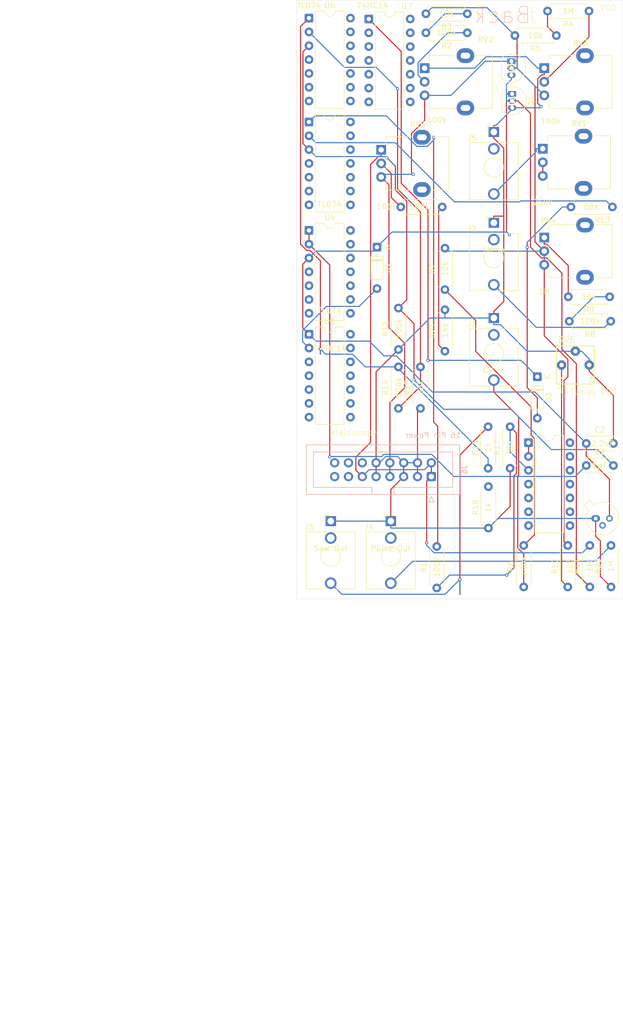
<source format=kicad_pcb>
(kicad_pcb (version 20241229) (generator "pcbnew") (generator_version "9.0")
  (layers (0 "F.Cu" signal) (2 "B.Cu" signal) (13 "F.Paste" user) (15 "B.Paste" user) (5 "F.SilkS" user "F.Silkscreen") (7 "B.SilkS" user "B.Silkscreen") (1 "F.Mask" user) (3 "B.Mask" user) (25 "Edge.Cuts" user))
  (net 0 "")
  (net 1 "GND")
  (net 2 "Net-(D2-K)")
  (net 3 "Net-(U4A--)")
  (net 4 "Net-(U5A-+)")
  (net 5 "Net-(C4-Pad1)")
  (net 6 "Net-(C4-Pad2)")
  (net 7 "Net-(D2-A)")
  (net 8 "Net-(D3-K)")
  (net 9 "Net-(D3-A)")
  (net 10 "Net-(J1-PadT)")
  (net 11 "Net-(J2-PadT)")
  (net 12 "Net-(J3-PadT)")
  (net 13 "Net-(J4-PadT)")
  (net 14 "Net-(Q3-B)")
  (net 15 "-12V")
  (net 16 "Net-(Q3-E)")
  (net 17 "Net-(R2-Pad2)")
  (net 18 "Net-(R2-Pad1)")
  (net 19 "Net-(R4-Pad2)")
  (net 20 "Net-(R4-Pad1)")
  (net 21 "Net-(R6-Pad2)")
  (net 22 "Net-(R8-Pad2)")
  (net 23 "Net-(R9-Pad2)")
  (net 24 "Net-(R10-Pad1)")
  (net 25 "+12V")
  (net 26 "Net-(U5A--)")
  (net 27 "Net-(R14-Pad2)")
  (net 28 "Net-(U6A--)")
  (net 29 "Net-(J5-PadT)")
  (net 30 "Net-(R1-Pad2)")
  (net 31 "Net-(U1A-+)")
  (net 32 "Net-(R13-Pad2)")
  (net 33 "Net-(U1A--)")
  (net 34 "Net-(R21-Pad1)")
  (net 35 "Net-(R22-Pad1)")
  (net 36 "Net-(Q1-B)")
  (footprint "Connector_Audio:Jack_3.5mm_QingPu_WQP-PJ398SM_Vertical_CircularHoles" (layer "F.Cu") (at 29.55 107.72)
    (property "Reference" "J4")
    (property "Value" "Pulse Out")
  )
  (footprint "Resistor_THT:R_Axial_DIN0207_L6.3mm_D2.5mm_P7.62mm_Horizontal" (layer "F.Cu") (at 66.15 119.81 90)
    (property "Reference" "R11")
    (property "Value" "1M")
  )
  (footprint "Resistor_THT:R_Axial_DIN0207_L6.3mm_D2.5mm_P7.62mm_Horizontal" (layer "F.Cu") (at 39.5 65.19 90)
    (property "Reference" "R7")
    (property "Value" "10k")
  )
  (footprint "Package_DIP:DIP-14_W7.62mm" (layer "F.Cu") (at 54.88 93.3)
    (property "Reference" "U1" (hide yes))
    (property "Value" "TL074" (hide yes))
  )
  (footprint "Diode_THT:D_DO-35_SOD27_P7.62mm_Horizontal" (layer "F.Cu") (at 27 57.38 -90)
    (property "Reference" "D2")
    (property "Value" "1N4148")
  )
  (footprint "Resistor_THT:R_Axial_DIN0207_L6.3mm_D2.5mm_P7.62mm_Horizontal" (layer "F.Cu") (at 47.45 98 90)
    (property "Reference" "R16")
    (property "Value" "1k")
  )
  (footprint "Package_DIP:DIP-14_W7.62mm" (layer "F.Cu") (at 14.5 15.3)
    (property "Reference" "U6")
    (property "Value" "TL074")
  )
  (footprint "MusicThingModular:BOURNS_3362P_TRIMMER" (layer "F.Cu") (at 63.5 79.04)
    (property "Reference" "RV6")
    (property "Value" "1k")
  )
  (footprint "Resistor_THT:R_Axial_DIN0207_L6.3mm_D2.5mm_P7.62mm_Horizontal" (layer "F.Cu") (at 70.31 50 180)
    (property "Reference" "R13")
    (property "Value" "68K")
  )
  (footprint "Package_DIP:DIP-14_W7.62mm" (layer "F.Cu") (at 14.5 73.38)
    (property "Reference" "U3")
    (property "Value" "74HC14")
  )
  (footprint "Package_TO_SOT_THT:TO-92_Inline" (layer "F.Cu") (at 51.73 23.23 -90)
    (property "Reference" "Q3" (hide yes))
    (property "Value" "BC558")
  )
  (footprint "Connector_Audio:Jack_3.5mm_QingPu_WQP-PJ398SM_Vertical_CircularHoles" (layer "F.Cu") (at 48.5 70.4)
    (property "Reference" "J1")
    (property "Value" "CV In")
  )
  (footprint "Package_DIP:DIP-14_W7.62mm" (layer "F.Cu") (at 25.5 15.46)
    (property "Reference" "U7")
    (property "Value" "74HC14")
  )
  (footprint "Connector_Audio:Jack_3.5mm_QingPu_WQP-PJ398SM_Vertical_CircularHoles" (layer "F.Cu") (at 48.5 36.22)
    (property "Reference" "J5")
    (property "Value" "PMW In")
  )
  (footprint "Resistor_THT:R_Axial_DIN0207_L6.3mm_D2.5mm_P7.62mm_Horizontal" (layer "F.Cu") (at 51.5 98 90)
    (property "Reference" "R17")
    (property "Value" "68k")
  )
  (footprint "Resistor_THT:R_Axial_DIN0207_L6.3mm_D2.5mm_P7.62mm_Horizontal" (layer "F.Cu") (at 69.81 66.5 180)
    (property "Reference" "R9")
    (property "Value" "10k")
  )
  (footprint "Connector_Audio:Jack_3.5mm_QingPu_WQP-PJ398SM_Vertical_CircularHoles" (layer "F.Cu") (at 18.5 107.72)
    (property "Reference" "J3")
    (property "Value" "Saw Out")
  )
  (footprint "Resistor_THT:R_Axial_DIN0207_L6.3mm_D2.5mm_P7.62mm_Horizontal" (layer "F.Cu") (at 39.5 76.5 90)
    (property "Reference" "R21")
    (property "Value" "14k")
  )
  (footprint "Resistor_THT:R_Axial_DIN0207_L6.3mm_D2.5mm_P7.62mm_Horizontal" (layer "F.Cu") (at 30.95 87 90)
    (property "Reference" "R14")
    (property "Value" "100k")
  )
  (footprint "Resistor_THT:R_Axial_DIN0207_L6.3mm_D2.5mm_P7.62mm_Horizontal" (layer "F.Cu") (at 43.62 14.5 180)
    (property "Reference" "R3")
    (property "Value" "10k")
  )
  (footprint "Potentiometer_THT:Potentiometer_Alpha_RD901F-40-00D_Single_Vertical" (layer "F.Cu") (at 35.775 24.5)
    (property "Reference" "RV2")
    (property "Value" "100k")
  )
  (footprint "Package_TO_SOT_THT:TO-92_Inline" (layer "F.Cu") (at 51.87 29.23 -90)
    (property "Reference" "Q1")
    (property "Value" "BC548")
  )
  (footprint "Resistor_THT:R_Axial_DIN0207_L6.3mm_D2.5mm_P7.62mm_Horizontal" (layer "F.Cu") (at 35 87 90)
    (property "Reference" "R15")
    (property "Value" "33k")
  )
  (footprint "Capacitor_THT:C_Disc_D5.0mm_W2.5mm_P5.00mm" (layer "F.Cu") (at 65.5 93.45)
    (property "Reference" "C2")
    (property "Value" "2.2nF")
  )
  (footprint "Diode_THT:D_DO-35_SOD27_P7.62mm_Horizontal" (layer "F.Cu") (at 56.5 81.19 -90)
    (property "Reference" "D3")
    (property "Value" "1N4148")
  )
  (footprint "Connector_Audio:Jack_3.5mm_QingPu_WQP-PJ398SM_Vertical_CircularHoles" (layer "F.Cu") (at 48.5 52.9)
    (property "Reference" "J2")
    (property "Value" "FM In")
  )
  (footprint "Resistor_THT:R_Axial_DIN0207_L6.3mm_D2.5mm_P7.62mm_Horizontal" (layer "F.Cu") (at 47.5 109 90)
    (property "Reference" "R18")
    (property "Value" "1k")
  )
  (footprint "Resistor_THT:R_Axial_DIN0207_L6.3mm_D2.5mm_P7.62mm_Horizontal" (layer "F.Cu") (at 66 14 180)
    (property "Reference" "R4")
    (property "Value" "1M")
  )
  (footprint "Resistor_THT:R_Axial_DIN0207_L6.3mm_D2.5mm_P7.62mm_Horizontal" (layer "F.Cu") (at 43.62 18 180)
    (property "Reference" "R2")
    (property "Value" "100k")
  )
  (footprint "Resistor_THT:R_Axial_DIN0207_L6.3mm_D2.5mm_P7.62mm_Horizontal" (layer "F.Cu") (at 70 71 180)
    (property "Reference" "R8")
    (property "Value" "100k")
  )
  (footprint "Package_DIP:DIP-14_W7.62mm" (layer "F.Cu") (at 14.5 54.3)
    (property "Reference" "U4")
    (property "Value" "TL074")
  )
  (footprint "Capacitor_THT:C_Disc_D5.0mm_W2.5mm_P5.00mm" (layer "F.Cu") (at 65.5 97.5)
    (property "Reference" "C3")
    (property "Value" "1µF")
  )
  (footprint "Resistor_THT:R_Axial_DIN0207_L6.3mm_D2.5mm_P7.62mm_Horizontal" (layer "F.Cu") (at 38 120 90)
    (property "Reference" "R1")
    (property "Value" "100k")
  )
  (footprint "Package_DIP:DIP-14_W7.62mm" (layer "F.Cu") (at 14.5 34.38)
    (property "Reference" "U5" (hide yes))
    (property "Value" "TL074")
  )
  (footprint "Package_TO_SOT_THT:TO-18-3" (layer "F.Cu") (at 67.23 107.23)
    (property "Reference" "Q5" (hide yes))
    (property "Value" "BC107" (hide yes))
  )
  (footprint "Resistor_THT:R_Axial_DIN0207_L6.3mm_D2.5mm_P7.62mm_Horizontal" (layer "F.Cu") (at 54 119.81 90)
    (property "Reference" "R6")
    (property "Value" "100k")
  )
  (footprint "Resistor_THT:R_Axial_DIN0207_L6.3mm_D2.5mm_P7.62mm_Horizontal" (layer "F.Cu") (at 30.95 76.19 90)
    (property "Reference" "R12")
    (property "Value" "100k")
  )
  (footprint "Resistor_THT:R_Axial_DIN0207_L6.3mm_D2.5mm_P7.62mm_Horizontal" (layer "F.Cu") (at 31.38 50)
    (property "Reference" "R22" (hide yes))
    (property "Value" "100k")
  )
  (footprint "Potentiometer_THT:Potentiometer_Alpha_RD901F-40-00D_Single_Vertical" (layer "F.Cu") (at 57.775 55.62)
    (property "Reference" "RV4")
    (property "Value" "1M")
  )
  (footprint "Resistor_THT:R_Axial_DIN0207_L6.3mm_D2.5mm_P7.62mm_Horizontal" (layer "F.Cu") (at 70.05 119.81 90)
    (property "Reference" "R20")
    (property "Value" "1M")
  )
  (footprint "Potentiometer_THT:Potentiometer_Alpha_RD901F-40-00D_Single_Vertical" (layer "F.Cu") (at 27.775 39.5)
    (property "Reference" "RV5")
    (property "Value" "100k")
  )
  (footprint "Resistor_THT:R_Axial_DIN0207_L6.3mm_D2.5mm_P7.62mm_Horizontal" (layer "F.Cu") (at 60 18.5 180)
    (property "Reference" "R5")
    (property "Value" "10k")
  )
  (footprint "Potentiometer_THT:Potentiometer_Alpha_RD901F-40-00D_Single_Vertical" (layer "F.Cu") (at 57.5 39.3)
    (property "Reference" "RV1")
    (property "Value" "250k")
  )
  (footprint "Resistor_THT:R_Axial_DIN0207_L6.3mm_D2.5mm_P7.62mm_Horizontal" (layer "F.Cu") (at 62.1 119.81 90)
    (property "Reference" "R10")
    (property "Value" "1k5")
  )
  (footprint "Potentiometer_THT:Potentiometer_Alpha_RD901F-40-00D_Single_Vertical" (layer "F.Cu") (at 57.775 24.5)
    (property "Reference" "RV3")
    (property "Value" "100k")
  )
  (footprint "Connector_IDC:IDC-Header_2x08_P2.54mm_Vertical" (layer "B.Cu") (at 37 99.54 90)
    (property "Reference" "J6")
    (property "Value" "Conn_02x08_Top_Bottom")
  )
  (gr_rect (start 12.25675 12) (end 72.25675 122) (stroke (width 0.05)) (fill no) (layer "Edge.Cuts"))
  (gr_text "Tuning Dial" (at 62.5 84.5 0) (layer "F.SilkS") (effects (font (size 1 1) (thickness 0.1)) (justify left bottom)))
  (gr_text "klajdiscope" (at 18.5 92 0) (layer "F.SilkS") (effects (font (size 1 1) (thickness 0.1)) (justify left bottom)))
  (gr_text "Front" (at 44.875 16.5 0) (layer "F.SilkS") (effects (font (size 3 3) (thickness 0.1)) (justify left bottom)))
  (gr_text "VCO" (at 68 14 0) (layer "F.SilkS") (effects (font (size 1 1) (thickness 0.1)) (justify left bottom)))
  (gr_text "Back" (at 55.5 16.5 -0) (layer "B.SilkS") (effects (font (size 3 3) (thickness 0.1)) (justify left bottom mirror)))
  (gr_text "16 Pin Power" (at 42.5 92.5 -0) (layer "B.SilkS") (effects (font (size 1 1) (thickness 0.1)) (justify left bottom mirror)))
  (segment (start 66.04 80.1815) (end 70.5 84.6415) (width 0.2) (layer "F.Cu") (net 1))
  (segment (start 34.46 97) (end 34.46 87.54) (width 0.2) (layer "F.Cu") (net 1))
  (segment (start 48.576 37.4367) (end 50.3261 39.1868) (width 0.2) (layer "F.Cu") (net 1))
  (segment (start 51.5 105) (end 47.5 109) (width 0.2) (layer "F.Cu") (net 1))
  (segment (start 51.5 98) (end 51.5 105) (width 0.2) (layer "F.Cu") (net 1))
  (segment (start 48.5 70.4) (end 48.5 69.1833) (width 0.2) (layer "F.Cu") (net 1))
  (segment (start 48.5 37.4367) (end 48.576 37.4367) (width 0.2) (layer "F.Cu") (net 1))
  (segment (start 50.3261 51.6833) (end 48.5 51.6833) (width 0.2) (layer "F.Cu") (net 1))
  (segment (start 31.92 99.54) (end 31.92 97) (width 0.2) (layer "F.Cu") (net 1))
  (segment (start 26.84 80.3) (end 26.84 97) (width 0.2) (layer "F.Cu") (net 1))
  (segment (start 34.46 99.54) (end 34.46 97) (width 0.2) (layer "F.Cu") (net 1))
  (segment (start 70.5 84.6415) (end 70.5 93.45) (width 0.2) (layer "F.Cu") (net 1))
  (segment (start 30.95 76.19) (end 26.84 80.3) (width 0.2) (layer "F.Cu") (net 1))
  (segment (start 56.5733 26.4527) (end 57.3243 25.7017) (width 0.2) (layer "F.Cu") (net 1))
  (segment (start 67.23 110.4812) (end 67.23 107.23) (width 0.2) (layer "F.Cu") (net 1))
  (segment (start 57.775 24.5) (end 57.775 25.7017) (width 0.2) (layer "F.Cu") (net 1))
  (segment (start 70.05 119.81) (end 68.1001 117.8601) (width 0.2) (layer "F.Cu") (net 1))
  (segment (start 29.55 107.72) (end 29.55 101.91) (width 0.2) (layer "F.Cu") (net 1))
  (segment (start 56.6876 31.0628) (end 57.1829 31.5581) (width 0.2) (layer "F.Cu") (net 1))
  (segment (start 56.5733 30.9485) (end 56.5733 26.4527) (width 0.2) (layer "F.Cu") (net 1))
  (segment (start 34.46 87.54) (end 35 87) (width 0.2) (layer "F.Cu") (net 1))
  (segment (start 57.3243 25.7017) (end 57.775 25.7017) (width 0.2) (layer "F.Cu") (net 1))
  (segment (start 48.5 52.9) (end 48.5 51.6833) (width 0.2) (layer "F.Cu") (net 1))
  (segment (start 29.55 101.91) (end 31.92 99.54) (width 0.2) (layer "F.Cu") (net 1))
  (segment (start 57.1829 31.5581) (end 56.6876 31.0628) (width 0.2) (layer "F.Cu") (net 1))
  (segment (start 50.3261 39.1868) (end 50.3261 51.6833) (width 0.2) (layer "F.Cu") (net 1))
  (segment (start 48.5 36.22) (end 48.5 37.4367) (width 0.2) (layer "F.Cu") (net 1))
  (segment (start 26.84 99.54) (end 26.84 97) (width 0.2) (layer "F.Cu") (net 1))
  (segment (start 50.3261 51.6833) (end 50.3261 67.3572) (width 0.2) (layer "F.Cu") (net 1))
  (segment (start 68.1001 111.3513) (end 67.23 110.4812) (width 0.2) (layer "F.Cu") (net 1))
  (segment (start 57.1829 31.5581) (end 56.5733 30.9485) (width 0.2) (layer "F.Cu") (net 1))
  (segment (start 68.1001 117.8601) (end 68.1001 111.3513) (width 0.2) (layer "F.Cu") (net 1))
  (segment (start 66.04 79.04) (end 66.04 80.1815) (width 0.2) (layer "F.Cu") (net 1))
  (segment (start 50.3261 67.3572) (end 48.5 69.1833) (width 0.2) (layer "F.Cu") (net 1))
  (via (at 57.1829 31.5581) (size 0.6) (drill 0.3) (layers "F.Cu" "B.Cu") (net 1))
  (segment (start 57.775 24.5) (end 56.5733 24.5) (width 0.2) (layer "B.Cu") (net 1))
  (segment (start 54.4766 22.4033) (end 56.5733 24.5) (width 0.2) (layer "B.Cu") (net 1))
  (segment (start 48.5 36.22) (end 48.5 35.0033) (width 0.2) (layer "B.Cu") (net 1))
  (segment (start 67.23 107.23) (end 49.27 107.23) (width 0.2) (layer "B.Cu") (net 1))
  (segment (start 48.8997 35.0033) (end 48.5 35.0033) (width 0.2) (layer "B.Cu") (net 1))
  (segment (start 39.5 70.4) (end 36.74 70.4) (width 0.2) (layer "B.Cu") (net 1))
  (segment (start 48.5 70.4) (end 41.02 70.4) (width 0.2) (layer "B.Cu") (net 1))
  (segment (start 54.6 76.5) (end 63.5 76.5) (width 0.2) (layer "B.Cu") (net 1))
  (segment (start 36.74 70.4) (end 30.95 76.19) (width 0.2) (layer "B.Cu") (net 1))
  (segment (start 57.1829 31.5581) (end 56.6876 31.0628) (width 0.2) (layer "B.Cu") (net 1))
  (segment (start 49.27 107.23) (end 47.5 109) (width 0.2) (layer "B.Cu") (net 1))
  (segment (start 28.63 95.8483) (end 27.4783 97) (width 0.2) (layer "B.Cu") (net 1))
  (segment (start 47.0809 22.4033) (end 54.4766 22.4033) (width 0.2) (layer "B.Cu") (net 1))
  (segment (start 47.5 109) (end 29.6133 109) (width 0.2) (layer "B.Cu") (net 1))
  (segment (start 56.971 31.77) (end 57.1829 31.5581) (width 0.2) (layer "B.Cu") (net 1))
  (segment (start 66.04 79.04) (end 66.04 77.8985) (width 0.2) (layer "B.Cu") (net 1))
  (segment (start 56.6876 31.0628) (end 57.1829 31.5581) (width 0.2) (layer "B.Cu") (net 1))
  (segment (start 52.133 31.77) (end 48.8997 35.0033) (width 0.2) (layer "B.Cu") (net 1))
  (segment (start 27.4783 97) (end 26.84 97) (width 0.2) (layer "B.Cu") (net 1))
  (segment (start 41.02 70.4) (end 40.9787 70.4) (width 0.2) (layer "B.Cu") (net 1))
  (segment (start 51.87 31.77) (end 52.133 31.77) (width 0.2) (layer "B.Cu") (net 1))
  (segment (start 49.7167 71.6167) (end 54.6 76.5) (width 0.2) (layer "B.Cu") (net 1))
  (segment (start 64.6415 76.5) (end 66.04 77.8985) (width 0.2) (layer "B.Cu") (net 1))
  (segment (start 44.9842 24.5) (end 47.0809 22.4033) (width 0.2) (layer "B.Cu") (net 1))
  (segment (start 39.5 70.4) (end 39.5 68.88) (width 0.2) (layer "B.Cu") (net 1))
  (segment (start 29.55 107.72) (end 18.5 107.72) (width 0.2) (layer "B.Cu") (net 1))
  (segment (start 29.6133 109) (end 29.55 108.9367) (width 0.2) (layer "B.Cu") (net 1))
  (segment (start 29.55 107.72) (end 29.55 108.9367) (width 0.2) (layer "B.Cu") (net 1))
  (segment (start 40.9787 70.4) (end 39.5 70.4) (width 0.2) (layer "B.Cu") (net 1))
  (segment (start 52.133 31.77) (end 56.971 31.77) (width 0.2) (layer "B.Cu") (net 1))
  (segment (start 48.5 71.6167) (end 49.7167 71.6167) (width 0.2) (layer "B.Cu") (net 1))
  (segment (start 35.775 24.5) (end 44.9842 24.5) (width 0.2) (layer "B.Cu") (net 1))
  (segment (start 34.46 97) (end 31.92 97) (width 0.2) (layer "B.Cu") (net 1))
  (segment (start 48.5 70.4) (end 48.5 71.6167) (width 0.2) (layer "B.Cu") (net 1))
  (segment (start 30.7683 95.8483) (end 28.63 95.8483) (width 0.2) (layer "B.Cu") (net 1))
  (segment (start 63.5 76.5) (end 64.6415 76.5) (width 0.2) (layer "B.Cu") (net 1))
  (segment (start 31.92 97) (end 30.7683 95.8483) (width 0.2) (layer "B.Cu") (net 1))
  (segment (start 51.3584 55.086) (end 50.8183 54.5459) (width 0.2) (layer "F.Cu") (net 2))
  (segment (start 50.9533 54.6809) (end 51.3584 55.086) (width 0.2) (layer "F.Cu") (net 2))
  (segment (start 13.3601 72.2401) (end 14.5 73.38) (width 0.2) (layer "F.Cu") (net 2))
  (segment (start 50.8183 54.5459) (end 50.8183 29.23) (width 0.2) (layer "F.Cu") (net 2))
  (segment (start 65.5 95.77) (end 69.77 100.04) (width 0.2) (layer "F.Cu") (net 2))
  (segment (start 51.87 29.23) (end 50.8183 29.23) (width 0.2) (layer "F.Cu") (net 2))
  (segment (start 69.77 100.04) (end 69.77 107.23) (width 0.2) (layer "F.Cu") (net 2))
  (segment (start 51.3584 55.086) (end 50.9533 54.6809) (width 0.2) (layer "F.Cu") (net 2))
  (segment (start 14.5 59.38) (end 13.3601 60.5199) (width 0.2) (layer "F.Cu") (net 2))
  (segment (start 13.3601 60.5199) (end 13.3601 72.2401) (width 0.2) (layer "F.Cu") (net 2))
  (segment (start 65.5 93.45) (end 65.5 95.77) (width 0.2) (layer "F.Cu") (net 2))
  (via (at 51.3584 55.086) (size 0.6) (drill 0.3) (layers "F.Cu" "B.Cu") (net 2))
  (segment (start 28.3029 77.3583) (end 25.5946 74.65) (width 0.2) (layer "B.Cu") (net 2))
  (segment (start 14.5 59.38) (end 15.77 58.11) (width 0.2) (layer "B.Cu") (net 2))
  (segment (start 50.9533 54.6809) (end 51.3584 55.086) (width 0.2) (layer "B.Cu") (net 2))
  (segment (start 37.2016 83.9974) (end 30.5625 77.3583) (width 0.2) (layer "B.Cu") (net 2))
  (segment (start 26.27 58.11) (end 27 57.38) (width 0.2) (layer "B.Cu") (net 2))
  (segment (start 29.7736 54.6064) (end 50.8788 54.6064) (width 0.2) (layer "B.Cu") (net 2))
  (segment (start 30.5625 77.3583) (end 28.3029 77.3583) (width 0.2) (layer "B.Cu") (net 2))
  (segment (start 25.5946 74.65) (end 15.77 74.65) (width 0.2) (layer "B.Cu") (net 2))
  (segment (start 27 57.38) (end 29.7736 54.6064) (width 0.2) (layer "B.Cu") (net 2))
  (segment (start 15.77 74.65) (end 14.5 73.38) (width 0.2) (layer "B.Cu") (net 2))
  (segment (start 50.8788 54.6064) (end 50.9533 54.6809) (width 0.2) (layer "B.Cu") (net 2))
  (segment (start 15.77 58.11) (end 26.27 58.11) (width 0.2) (layer "B.Cu") (net 2))
  (segment (start 56.0474 83.9974) (end 37.2016 83.9974) (width 0.2) (layer "B.Cu") (net 2))
  (segment (start 65.5 93.45) (end 56.0474 83.9974) (width 0.2) (layer "B.Cu") (net 2))
  (segment (start 18.3169 95.9089) (end 18.3169 95.8232) (width 0.2) (layer "F.Cu") (net 3))
  (segment (start 18.3169 60.6569) (end 14.5 56.84) (width 0.2) (layer "F.Cu") (net 3))
  (segment (start 14.5 54.3) (end 14.5 56.84) (width 0.2) (layer "F.Cu") (net 3))
  (segment (start 18.3169 95.8232) (end 18.3169 95.9089) (width 0.2) (layer "F.Cu") (net 3))
  (segment (start 18.3169 95.9089) (end 18.3169 60.6569) (width 0.2) (layer "F.Cu") (net 3))
  (via (at 18.3169 95.9089) (size 0.6) (drill 0.3) (layers "F.Cu" "B.Cu") (net 3))
  (segment (start 27.8633 95.8468) (end 18.379 95.8468) (width 0.2) (layer "B.Cu") (net 3))
  (segment (start 28.2635 95.4466) (end 28.0281 95.682) (width 0.2) (layer "B.Cu") (net 3))
  (segment (start 41.1403 99.5115) (end 37.0754 95.4466) (width 0.2) (layer "B.Cu") (net 3))
  (segment (start 28.0281 95.682) (end 27.8633 95.8468) (width 0.2) (layer "B.Cu") (net 3))
  (segment (start 18.3169 95.9089) (end 18.3169 95.8232) (width 0.2) (layer "B.Cu") (net 3))
  (segment (start 65.5 97.5) (end 63.4885 99.5115) (width 0.2) (layer "B.Cu") (net 3))
  (segment (start 63.4885 99.5115) (end 41.1403 99.5115) (width 0.2) (layer "B.Cu") (net 3))
  (segment (start 28.0281 95.682) (end 27.8633 95.8468) (width 0.2) (layer "B.Cu") (net 3))
  (segment (start 18.3169 95.8232) (end 18.3169 95.9089) (width 0.2) (layer "B.Cu") (net 3))
  (segment (start 18.379 95.8468) (end 18.3169 95.9089) (width 0.2) (layer "B.Cu") (net 3))
  (segment (start 37.0754 95.4466) (end 28.2635 95.4466) (width 0.2) (layer "B.Cu") (net 3))
  (segment (start 30.95 68.57) (end 32.4838 67.0362) (width 0.2) (layer "F.Cu") (net 4))
  (segment (start 30.1692 42.2986) (end 28.8183 40.9477) (width 0.2) (layer "F.Cu") (net 4))
  (segment (start 28.8183 40.9477) (end 30.1692 42.2986) (width 0.2) (layer "F.Cu") (net 4))
  (segment (start 33.8122 71.4322) (end 30.95 68.57) (width 0.2) (layer "F.Cu") (net 4))
  (segment (start 13.3882 21.4918) (end 14.5 20.38) (width 0.2) (layer "F.Cu") (net 4))
  (segment (start 32.4838 48.9649) (end 30.3902 46.8713) (width 0.2) (layer "F.Cu") (net 4))
  (segment (start 33.8122 81.7355) (end 33.8122 71.4322) (width 0.2) (layer "F.Cu") (net 4))
  (segment (start 13.3882 38.3482) (end 13.3882 21.4918) (width 0.2) (layer "F.Cu") (net 4))
  (segment (start 32.4838 67.0362) (end 32.4838 48.9649) (width 0.2) (layer "F.Cu") (net 4))
  (segment (start 30.3902 46.8713) (end 30.3902 42.5196) (width 0.2) (layer "F.Cu") (net 4))
  (segment (start 14.5 39.46) (end 13.3882 38.3482) (width 0.2) (layer "F.Cu") (net 4))
  (segment (start 30.3902 42.5196) (end 28.8183 40.9477) (width 0.2) (layer "F.Cu") (net 4))
  (via (at 28.8183 40.9477) (size 0.6) (drill 0.3) (layers "F.Cu" "B.Cu") (net 4))
  (via (at 33.8122 81.7355) (size 0.6) (drill 0.3) (layers "F.Cu" "B.Cu") (net 4))
  (segment (start 14.5 39.46) (end 15.783 40.743) (width 0.2) (layer "B.Cu") (net 4))
  (segment (start 51.667 87.1732) (end 39.2499 87.1732) (width 0.2) (layer "B.Cu") (net 4))
  (segment (start 28.6136 40.743) (end 28.8183 40.9477) (width 0.2) (layer "B.Cu") (net 4))
  (segment (start 67.57 94.57) (end 59.0638 94.57) (width 0.2) (layer "B.Cu") (net 4))
  (segment (start 15.783 40.743) (end 28.6136 40.743) (width 0.2) (layer "B.Cu") (net 4))
  (segment (start 39.2499 87.1732) (end 33.8122 81.7355) (width 0.2) (layer "B.Cu") (net 4))
  (segment (start 59.0638 94.57) (end 51.667 87.1732) (width 0.2) (layer "B.Cu") (net 4))
  (segment (start 70.5 97.5) (end 67.57 94.57) (width 0.2) (layer "B.Cu") (net 4))
  (segment (start 28.8183 40.9477) (end 30.1692 42.2986) (width 0.2) (layer "B.Cu") (net 4))
  (segment (start 30.1692 42.2986) (end 28.8183 40.9477) (width 0.2) (layer "B.Cu") (net 4))
  (segment (start 23.73 68.27) (end 17.7212 68.27) (width 0.2) (layer "B.Cu") (net 7))
  (segment (start 13.331 74.751) (end 14.5 75.92) (width 0.2) (layer "B.Cu") (net 7))
  (segment (start 27 65) (end 23.73 68.27) (width 0.2) (layer "B.Cu") (net 7))
  (segment (start 13.331 72.6602) (end 13.331 74.751) (width 0.2) (layer "B.Cu") (net 7))
  (segment (start 17.7212 68.27) (end 13.331 72.6602) (width 0.2) (layer "B.Cu") (net 7))
  (segment (start 31.4644 21.4244) (end 31.4644 45.6384) (width 0.2) (layer "F.Cu") (net 8))
  (segment (start 36.3873 50.5613) (end 36.3873 78.1777) (width 0.2) (layer "F.Cu") (net 8))
  (segment (start 25.5 15.46) (end 31.4644 21.4244) (width 0.2) (layer "F.Cu") (net 8))
  (segment (start 31.4644 45.6384) (end 36.3873 50.5613) (width 0.2) (layer "F.Cu") (net 8))
  (via (at 36.3873 78.1777) (size 0.6) (drill 0.3) (layers "F.Cu" "B.Cu") (net 8))
  (segment (start 36.3873 78.1777) (end 53.4877 78.1777) (width 0.2) (layer "B.Cu") (net 8))
  (segment (start 53.4877 78.1777) (end 56.5 81.19) (width 0.2) (layer "B.Cu") (net 8))
  (segment (start 56.5 85.0742) (end 56.5 88.81) (width 0.2) (layer "F.Cu") (net 9))
  (segment (start 54.6363 57.4018) (end 54.6363 56.4988) (width 0.2) (layer "F.Cu") (net 9))
  (segment (start 54.6363 83.2105) (end 56.5 85.0742) (width 0.2) (layer "F.Cu") (net 9))
  (segment (start 54.6363 56.4988) (end 54.6363 57.4018) (width 0.2) (layer "F.Cu") (net 9))
  (segment (start 54.6363 57.4018) (end 54.6363 83.2105) (width 0.2) (layer "F.Cu") (net 9))
  (via (at 54.6363 57.4018) (size 0.6) (drill 0.3) (layers "F.Cu" "B.Cu") (net 9))
  (segment (start 62.69 50) (end 61.1351 50) (width 0.2) (layer "B.Cu") (net 9))
  (segment (start 54.6363 57.4018) (end 54.6363 56.4988) (width 0.2) (layer "B.Cu") (net 9))
  (segment (start 54.6363 56.4988) (end 54.6363 57.4018) (width 0.2) (layer "B.Cu") (net 9))
  (segment (start 54.6363 56.4988) (end 54.6363 57.4018) (width 0.2) (layer "B.Cu") (net 9))
  (segment (start 61.1351 50) (end 54.6363 56.4988) (width 0.2) (layer "B.Cu") (net 9))
  (segment (start 52.8983 112.6463) (end 52.8983 99.4682) (width 0.2) (layer "F.Cu") (net 10))
  (segment (start 53.9999 113.7479) (end 52.8983 112.6463) (width 0.2) (layer "F.Cu") (net 10))
  (segment (start 53.0646 88.5701) (end 48.5 84.0055) (width 0.2) (layer "F.Cu") (net 10))
  (segment (start 52.8983 99.4682) (end 53.0646 99.3019) (width 0.2) (layer "F.Cu") (net 10))
  (segment (start 54 119.81) (end 54 113.7479) (width 0.2) (layer "F.Cu") (net 10))
  (segment (start 54 113.7479) (end 53.9999 113.7479) (width 0.2) (layer "F.Cu") (net 10))
  (segment (start 48.5 84.0055) (end 48.5 81.8) (width 0.2) (layer "F.Cu") (net 10))
  (segment (start 53.0646 99.3019) (end 53.0646 88.5701) (width 0.2) (layer "F.Cu") (net 10))
  (segment (start 56.3148 72.1148) (end 48.5 64.3) (width 0.2) (layer "B.Cu") (net 11))
  (segment (start 68.8852 72.1148) (end 56.3148 72.1148) (width 0.2) (layer "B.Cu") (net 11))
  (segment (start 70 71) (end 68.8852 72.1148) (width 0.2) (layer "B.Cu") (net 11))
  (segment (start 42.2572 118.427) (end 42.2572 95.5728) (width 0.2) (layer "F.Cu") (net 12))
  (segment (start 42.2572 121.1547) (end 42.2572 118.427) (width 0.2) (layer "F.Cu") (net 12))
  (segment (start 42.2572 95.5728) (end 47.45 90.38) (width 0.2) (layer "F.Cu") (net 12))
  (segment (start 42.2572 118.427) (end 42.2572 121.1547) (width 0.2) (layer "F.Cu") (net 12))
  (via (at 42.2572 118.427) (size 0.6) (drill 0.3) (layers "F.Cu" "B.Cu") (net 12))
  (segment (start 18.5 119.12) (end 20.5347 121.1547) (width 0.2) (layer "B.Cu") (net 12))
  (segment (start 42.2572 118.427) (end 42.2572 121.1547) (width 0.2) (layer "B.Cu") (net 12))
  (segment (start 42.2572 121.1547) (end 42.2572 118.427) (width 0.2) (layer "B.Cu") (net 12))
  (segment (start 39.5295 121.1547) (end 42.2572 118.427) (width 0.2) (layer "B.Cu") (net 12))
  (segment (start 20.5347 121.1547) (end 39.5295 121.1547) (width 0.2) (layer "B.Cu") (net 12))
  (segment (start 67.1505 115.0895) (end 33.5805 115.0895) (width 0.2) (layer "B.Cu") (net 13))
  (segment (start 33.5805 115.0895) (end 29.55 119.12) (width 0.2) (layer "B.Cu") (net 13))
  (segment (start 70.05 112.19) (end 67.1505 115.0895) (width 0.2) (layer "B.Cu") (net 13))
  (segment (start 52.7509 24.5) (end 52.7817 24.5) (width 0.2) (layer "F.Cu") (net 14))
  (segment (start 52.7817 24.5) (end 52.7817 18.9017) (width 0.2) (layer "F.Cu") (net 14))
  (segment (start 62.1169 78.0065) (end 62.1169 81.2076) (width 0.2) (layer "F.Cu") (net 14))
  (segment (start 62.1169 81.2076) (end 61.3983 81.9262) (width 0.2) (layer "F.Cu") (net 14))
  (segment (start 57.775 60.62) (end 57.775 73.6646) (width 0.2) (layer "F.Cu") (net 14))
  (segment (start 56.0756 56.4206) (end 57.775 58.12) (width 0.2) (layer "F.Cu") (net 14))
  (segment (start 51.73 24.5) (end 52.7509 24.5) (width 0.2) (layer "F.Cu") (net 14))
  (segment (start 61.3983 81.9262) (end 61.3983 111.4883) (width 0.2) (layer "F.Cu") (net 14))
  (segment (start 61.3983 111.4883) (end 62.1 112.19) (width 0.2) (layer "F.Cu") (net 14))
  (segment (start 56.0755 56.4206) (end 56.0756 56.4206) (width 0.2) (layer "F.Cu") (net 14))
  (segment (start 56.0755 27.7938) (end 56.0755 56.4206) (width 0.2) (layer "F.Cu") (net 14))
  (segment (start 57.775 73.6646) (end 62.1169 78.0065) (width 0.2) (layer "F.Cu") (net 14))
  (segment (start 52.7817 24.5) (end 56.0755 27.7938) (width 0.2) (layer "F.Cu") (net 14))
  (segment (start 52.7817 18.9017) (end 52.38 18.5) (width 0.2) (layer "F.Cu") (net 14))
  (segment (start 40.05 58.12) (end 57.775 58.12) (width 0.2) (layer "B.Cu") (net 14))
  (segment (start 39.5 57.57) (end 40.05 58.12) (width 0.2) (layer "B.Cu") (net 14))
  (segment (start 37.1063 13.3937) (end 47.2737 13.3937) (width 0.2) (layer "B.Cu") (net 14))
  (segment (start 36 14.5) (end 37.1063 13.3937) (width 0.2) (layer "B.Cu") (net 14))
  (segment (start 57.775 58.12) (end 57.775 60.62) (width 0.2) (layer "B.Cu") (net 14))
  (segment (start 47.2737 13.3937) (end 52.38 18.5) (width 0.2) (layer "B.Cu") (net 14))
  (segment (start 29.2082 72.1587) (end 32.0942 75.0447) (width 0.2) (layer "F.Cu") (net 15))
  (segment (start 33.3533 43.7019) (end 33.6571 44.0057) (width 0.2) (layer "F.Cu") (net 15))
  (segment (start 32.0942 83.2275) (end 29.38 85.9417) (width 0.2) (layer "F.Cu") (net 15))
  (segment (start 32.0942 75.0447) (end 32.0942 83.2275) (width 0.2) (layer "F.Cu") (net 15))
  (segment (start 27.775 44.5) (end 29.2082 45.9332) (width 0.2) (layer "F.Cu") (net 15))
  (segment (start 29.2082 45.9332) (end 29.2082 72.1587) (width 0.2) (layer "F.Cu") (net 15))
  (segment (start 35.775 29.5) (end 35.775 34.09) (width 0.2) (layer "F.Cu") (net 15))
  (segment (start 29.38 85.9417) (end 29.38 97) (width 0.2) (layer "F.Cu") (net 15))
  (segment (start 35.775 34.09) (end 33.3533 36.5117) (width 0.2) (layer "F.Cu") (net 15))
  (segment (start 29.38 97) (end 29.38 99.54) (width 0.2) (layer "F.Cu") (net 15))
  (segment (start 33.3533 36.5117) (end 33.3533 43.7019) (width 0.2) (layer "F.Cu") (net 15))
  (via (at 33.6571 44.0057) (size 0.6) (drill 0.3) (layers "F.Cu" "B.Cu") (net 15))
  (segment (start 35.775 29.5) (end 40.6229 29.5) (width 0.2) (layer "B.Cu") (net 15))
  (segment (start 28.2693 44.0057) (end 27.775 44.5) (width 0.2) (layer "B.Cu") (net 15))
  (segment (start 57.775 29.5) (end 52.7817 24.5067) (width 0.2) (layer "B.Cu") (net 15))
  (segment (start 33.6571 44.0057) (end 28.2693 44.0057) (width 0.2) (layer "B.Cu") (net 15))
  (segment (start 40.6229 29.5) (end 46.8929 23.23) (width 0.2) (layer "B.Cu") (net 15))
  (segment (start 51.73 23.23) (end 52.7817 23.23) (width 0.2) (layer "B.Cu") (net 15))
  (segment (start 46.8929 23.23) (end 51.73 23.23) (width 0.2) (layer "B.Cu") (net 15))
  (segment (start 52.7817 24.5067) (end 52.7817 23.23) (width 0.2) (layer "B.Cu") (net 15))
  (segment (start 39.5 14.5) (end 43.62 14.5) (width 0.2) (layer "B.Cu") (net 17))
  (segment (start 36 18) (end 39.5 14.5) (width 0.2) (layer "B.Cu") (net 17))
  (segment (start 34.5733 23.4558) (end 34.5733 25.7983) (width 0.2) (layer "B.Cu") (net 18))
  (segment (start 43.62 18) (end 40.0291 18) (width 0.2) (layer "B.Cu") (net 18))
  (segment (start 40.0291 18) (end 34.5733 23.4558) (width 0.2) (layer "B.Cu") (net 18))
  (segment (start 34.5733 25.7983) (end 35.775 27) (width 0.2) (layer "B.Cu") (net 18))
  (segment (start 58.38 16.88) (end 58.38 14) (width 0.2) (layer "F.Cu") (net 19))
  (segment (start 60 18.5) (end 58.38 16.88) (width 0.2) (layer "F.Cu") (net 19))
  (segment (start 57.775 27) (end 66 18.775) (width 0.2) (layer "F.Cu") (net 20))
  (segment (start 66 18.775) (end 66 14) (width 0.2) (layer "F.Cu") (net 20))
  (segment (start 54 112.19) (end 55.9827 110.2073) (width 0.2) (layer "F.Cu") (net 21))
  (segment (start 45.1626 76.5297) (end 45.1626 70.8526) (width 0.2) (layer "F.Cu") (net 21))
  (segment (start 55.3671 91.9056) (end 55.367 91.9056) (width 0.2) (layer "F.Cu") (net 21))
  (segment (start 55.9827 110.2073) (end 55.9827 92.5212) (width 0.2) (layer "F.Cu") (net 21))
  (segment (start 45.1626 70.8526) (end 39.5 65.19) (width 0.2) (layer "F.Cu") (net 21))
  (segment (start 55.367 91.9056) (end 55.367 86.7341) (width 0.2) (layer "F.Cu") (net 21))
  (segment (start 55.367 86.7341) (end 45.1626 76.5297) (width 0.2) (layer "F.Cu") (net 21))
  (segment (start 55.9827 92.5212) (end 55.3671 91.9056) (width 0.2) (layer "F.Cu") (net 21))
  (segment (start 66.88 66.5) (end 62.38 71) (width 0.2) (layer "B.Cu") (net 22))
  (segment (start 69.81 66.5) (end 66.88 66.5) (width 0.2) (layer "B.Cu") (net 22))
  (segment (start 57.775 55.62) (end 57.775 56.8217) (width 0.2) (layer "F.Cu") (net 23))
  (segment (start 62.19 60.7861) (end 62.19 66.5) (width 0.2) (layer "F.Cu") (net 23))
  (segment (start 57.775 56.8217) (end 58.2256 56.8217) (width 0.2) (layer "F.Cu") (net 23))
  (segment (start 58.2256 56.8217) (end 62.19 60.7861) (width 0.2) (layer "F.Cu") (net 23))
  (segment (start 62.1 119.81) (end 60.96 118.67) (width 0.2) (layer "F.Cu") (net 24))
  (segment (start 60.96 118.67) (end 60.96 79.04) (width 0.2) (layer "F.Cu") (net 24))
  (segment (start 27.3244 40.7017) (end 27.775 40.7017) (width 0.2) (layer "F.Cu") (net 25))
  (segment (start 27.775 39.5) (end 27.775 40.7017) (width 0.2) (layer "F.Cu") (net 25))
  (segment (start 36.1452 100.3948) (end 37 99.54) (width 0.2) (layer "F.Cu") (net 25))
  (segment (start 37 97) (end 37 99.54) (width 0.2) (layer "F.Cu") (net 25))
  (segment (start 25.8321 93.2379) (end 25.8321 42.194) (width 0.2) (layer "F.Cu") (net 25))
  (segment (start 25.8321 42.194) (end 27.3244 40.7017) (width 0.2) (layer "F.Cu") (net 25))
  (segment (start 24.3 99.54) (end 23.1251 98.3651) (width 0.2) (layer "F.Cu") (net 25))
  (segment (start 23.1251 95.9449) (end 25.8321 93.2379) (width 0.2) (layer "F.Cu") (net 25))
  (segment (start 23.1251 98.3651) (end 23.1251 95.9449) (width 0.2) (layer "F.Cu") (net 25))
  (segment (start 36.1452 111.6756) (end 36.1452 100.3948) (width 0.2) (layer "F.Cu") (net 25))
  (via (at 36.1452 111.6756) (size 0.6) (drill 0.3) (layers "F.Cu" "B.Cu") (net 25))
  (segment (start 37 97) (end 35.73 98.27) (width 0.2) (layer "B.Cu") (net 25))
  (segment (start 36.1452 112.1773) (end 36.1452 111.6756) (width 0.2) (layer "B.Cu") (net 25))
  (segment (start 64.8134 113.5266) (end 37.4945 113.5266) (width 0.2) (layer "B.Cu") (net 25))
  (segment (start 35.73 98.27) (end 25.57 98.27) (width 0.2) (layer "B.Cu") (net 25))
  (segment (start 25.57 98.27) (end 24.3 99.54) (width 0.2) (layer "B.Cu") (net 25))
  (segment (start 37.4945 113.5266) (end 36.1452 112.1773) (width 0.2) (layer "B.Cu") (net 25))
  (segment (start 66.15 112.19) (end 64.8134 113.5266) (width 0.2) (layer "B.Cu") (net 25))
  (segment (start 53.2612 49.0578) (end 41.2355 49.0578) (width 0.2) (layer "B.Cu") (net 26))
  (segment (start 30.3677 38.19) (end 15.77 38.19) (width 0.2) (layer "B.Cu") (net 26))
  (segment (start 41.2355 49.0578) (end 30.3677 38.19) (width 0.2) (layer "B.Cu") (net 26))
  (segment (start 53.4265 48.8925) (end 53.2612 49.0578) (width 0.2) (layer "B.Cu") (net 26))
  (segment (start 69.2025 48.8925) (end 53.4265 48.8925) (width 0.2) (layer "B.Cu") (net 26))
  (segment (start 70.31 50) (end 69.2025 48.8925) (width 0.2) (layer "B.Cu") (net 26))
  (segment (start 15.77 38.19) (end 14.5 36.92) (width 0.2) (layer "B.Cu") (net 26))
  (segment (start 16.5951 59.9012) (end 16.5951 76.087) (width 0.2) (layer "F.Cu") (net 27))
  (segment (start 14.5 15.3) (end 12.9432 16.8568) (width 0.2) (layer "F.Cu") (net 27))
  (segment (start 14.6623 57.9684) (end 16.5951 59.9012) (width 0.2) (layer "F.Cu") (net 27))
  (segment (start 12.9432 56.8413) (end 14.0703 57.9684) (width 0.2) (layer "F.Cu") (net 27))
  (segment (start 14.0703 57.9684) (end 14.6623 57.9684) (width 0.2) (layer "F.Cu") (net 27))
  (segment (start 16.5951 77.0484) (end 16.5951 76.087) (width 0.2) (layer "F.Cu") (net 27))
  (segment (start 12.9432 16.8568) (end 12.9432 56.8413) (width 0.2) (layer "F.Cu") (net 27))
  (segment (start 16.5951 76.087) (end 16.5951 77.0484) (width 0.2) (layer "F.Cu") (net 27))
  (via (at 16.5951 76.087) (size 0.6) (drill 0.3) (layers "F.Cu" "B.Cu") (net 27))
  (segment (start 22.5086 77.0484) (end 24.8402 79.38) (width 0.2) (layer "B.Cu") (net 27))
  (segment (start 17.5565 77.0484) (end 22.5086 77.0484) (width 0.2) (layer "B.Cu") (net 27))
  (segment (start 30.95 79.7241) (end 47.45 96.2241) (width 0.2) (layer "B.Cu") (net 27))
  (segment (start 16.5951 77.0484) (end 16.5951 76.087) (width 0.2) (layer "B.Cu") (net 27))
  (segment (start 24.8402 79.38) (end 30.95 79.38) (width 0.2) (layer "B.Cu") (net 27))
  (segment (start 16.5951 76.087) (end 16.5951 77.0484) (width 0.2) (layer "B.Cu") (net 27))
  (segment (start 16.5951 76.087) (end 17.5565 77.0484) (width 0.2) (layer "B.Cu") (net 27))
  (segment (start 47.45 96.2241) (end 47.45 98) (width 0.2) (layer "B.Cu") (net 27))
  (segment (start 30.95 79.38) (end 30.95 79.7241) (width 0.2) (layer "B.Cu") (net 27))
  (segment (start 30.7919 28.2819) (end 30.7904 28.2804) (width 0.2) (layer "F.Cu") (net 28))
  (segment (start 30.7919 46.7049) (end 30.7919 28.2819) (width 0.2) (layer "F.Cu") (net 28))
  (segment (start 35 79.38) (end 35 50.913) (width 0.2) (layer "F.Cu") (net 28))
  (segment (start 35 82.95) (end 35 79.38) (width 0.2) (layer "F.Cu") (net 28))
  (segment (start 30.7919 28.2819) (end 30.7904 28.2804) (width 0.2) (layer "F.Cu") (net 28))
  (segment (start 35 50.913) (end 30.7919 46.7049) (width 0.2) (layer "F.Cu") (net 28))
  (segment (start 30.95 87) (end 35 82.95) (width 0.2) (layer "F.Cu") (net 28))
  (segment (start 30.7904 28.2804) (end 30.7919 28.2819) (width 0.2) (layer "F.Cu") (net 28))
  (via (at 30.7904 28.2804) (size 0.6) (drill 0.3) (layers "F.Cu" "B.Cu") (net 28))
  (segment (start 26.86 24.35) (end 30.7904 28.2804) (width 0.2) (layer "B.Cu") (net 28))
  (segment (start 21.01 24.35) (end 26.86 24.35) (width 0.2) (layer "B.Cu") (net 28))
  (segment (start 30.7904 28.2804) (end 30.7919 28.2819) (width 0.2) (layer "B.Cu") (net 28))
  (segment (start 14.5 17.84) (end 21.01 24.35) (width 0.2) (layer "B.Cu") (net 28))
  (segment (start 30.7919 28.2819) (end 30.7904 28.2804) (width 0.2) (layer "B.Cu") (net 28))
  (segment (start 56.2983 39.8217) (end 56.2983 39.3) (width 0.2) (layer "B.Cu") (net 29))
  (segment (start 48.5 47.62) (end 56.2983 39.8217) (width 0.2) (layer "B.Cu") (net 29))
  (segment (start 57.5 39.3) (end 56.2983 39.3) (width 0.2) (layer "B.Cu") (net 29))
  (segment (start 38.1774 112.2026) (end 38 112.38) (width 0.2) (layer "F.Cu") (net 30))
  (segment (start 37.4261 37.7222) (end 37.4261 37.2156) (width 0.2) (layer "F.Cu") (net 30))
  (segment (start 37.4261 89.5319) (end 38.1774 90.2832) (width 0.2) (layer "F.Cu") (net 30))
  (segment (start 37.4261 37.2156) (end 37.4261 37.7222) (width 0.2) (layer "F.Cu") (net 30))
  (segment (start 38.1774 90.2832) (end 38.1774 112.2026) (width 0.2) (layer "F.Cu") (net 30))
  (segment (start 37.4261 37.2156) (end 37.4261 89.5319) (width 0.2) (layer "F.Cu") (net 30))
  (via (at 37.4261 37.2156) (size 0.6) (drill 0.3) (layers "F.Cu" "B.Cu") (net 30))
  (segment (start 37.4261 37.7222) (end 37.4261 37.2156) (width 0.2) (layer "B.Cu") (net 30))
  (segment (start 37.4261 37.2156) (end 37.4261 37.7222) (width 0.2) (layer "B.Cu") (net 30))
  (segment (start 15.617 33.263) (end 28.728 33.263) (width 0.2) (layer "B.Cu") (net 30))
  (segment (start 37.4261 37.7222) (end 37.4261 37.2156) (width 0.2) (layer "B.Cu") (net 30))
  (segment (start 34.3267 38.8617) (end 36.2866 38.8617) (width 0.2) (layer "B.Cu") (net 30))
  (segment (start 14.5 34.38) (end 15.617 33.263) (width 0.2) (layer "B.Cu") (net 30))
  (segment (start 28.728 33.263) (end 34.3267 38.8617) (width 0.2) (layer "B.Cu") (net 30))
  (segment (start 36.2866 38.8617) (end 37.4261 37.7222) (width 0.2) (layer "B.Cu") (net 30))
  (segment (start 51.5 90.38) (end 52.6482 91.5282) (width 0.2) (layer "F.Cu") (net 31))
  (segment (start 52.1964 116.2933) (end 50.8573 117.6324) (width 0.2) (layer "F.Cu") (net 31))
  (segment (start 52.1964 99.4019) (end 52.1964 116.2933) (width 0.2) (layer "F.Cu") (net 31))
  (segment (start 52.6482 91.5282) (end 52.6482 98.9501) (width 0.2) (layer "F.Cu") (net 31))
  (segment (start 52.6482 98.9501) (end 52.1964 99.4019) (width 0.2) (layer "F.Cu") (net 31))
  (segment (start 52.1964 116.2933) (end 50.8573 117.6324) (width 0.2) (layer "F.Cu") (net 31))
  (segment (start 50.8573 117.6324) (end 52.1964 116.2933) (width 0.2) (layer "F.Cu") (net 31))
  (via (at 50.8573 117.6324) (size 0.6) (drill 0.3) (layers "F.Cu" "B.Cu") (net 31))
  (segment (start 51.5 95) (end 51.5 90.38) (width 0.2) (layer "B.Cu") (net 31))
  (segment (start 54.88 98.38) (end 51.5 95) (width 0.2) (layer "B.Cu") (net 31))
  (segment (start 38 120) (end 40.3676 117.6324) (width 0.2) (layer "B.Cu") (net 31))
  (segment (start 50.8573 117.6324) (end 52.1964 116.2933) (width 0.2) (layer "B.Cu") (net 31))
  (segment (start 40.3676 117.6324) (end 50.8573 117.6324) (width 0.2) (layer "B.Cu") (net 31))
  (segment (start 52.1964 116.2933) (end 50.8573 117.6324) (width 0.2) (layer "B.Cu") (net 31))
  (segment (start 57.5 44.3) (end 57.5 41.8) (width 0.2) (layer "F.Cu") (net 32))
  (segment (start 54.88 93.3) (end 54.88 95.84) (width 0.2) (layer "F.Cu") (net 33))
  (segment (start 38.3542 75.3542) (end 38.3542 50.6458) (width 0.2) (layer "F.Cu") (net 34))
  (segment (start 38.3542 50.6458) (end 39 50) (width 0.2) (layer "F.Cu") (net 34))
  (segment (start 39.5 76.5) (end 38.3542 75.3542) (width 0.2) (layer "F.Cu") (net 34))
  (segment (start 29.6242 43.8492) (end 27.775 42) (width 0.2) (layer "F.Cu") (net 35))
  (segment (start 31.38 50) (end 29.6242 48.2442) (width 0.2) (layer "F.Cu") (net 35))
  (segment (start 29.6242 48.2442) (end 29.6242 43.8492) (width 0.2) (layer "F.Cu") (net 35))
  (segment (start 58.2425 59.37) (end 57.2599 59.37) (width 0.2) (layer "F.Cu") (net 36))
  (segment (start 63.6814 78.8028) (end 61.0197 76.1411) (width 0.2) (layer "F.Cu") (net 36))
  (segment (start 61.0197 62.1472) (end 58.2425 59.37) (width 0.2) (layer "F.Cu") (net 36))
  (segment (start 63.6814 117.3414) (end 63.6814 78.8028) (width 0.2) (layer "F.Cu") (net 36))
  (segment (start 55.238 57.3481) (end 55.238 32.8163) (width 0.2) (layer "F.Cu") (net 36))
  (segment (start 61.0197 76.1411) (end 61.0197 62.1472) (width 0.2) (layer "F.Cu") (net 36))
  (segment (start 55.238 32.8163) (end 52.9217 30.5) (width 0.2) (layer "F.Cu") (net 36))
  (segment (start 66.15 119.81) (end 63.6814 117.3414) (width 0.2) (layer "F.Cu") (net 36))
  (segment (start 51.87 30.5) (end 52.9217 30.5) (width 0.2) (layer "F.Cu") (net 36))
  (segment (start 57.2599 59.37) (end 55.238 57.3481) (width 0.2) (layer "F.Cu") (net 36))
  (segment (start 50.8183 27.5084) (end 51.73 26.5967) (width 0.2) (layer "B.Cu") (net 36))
  (segment (start 50.8183 30.5) (end 50.8183 27.5084) (width 0.2) (layer "B.Cu") (net 36))
  (segment (start 51.87 30.5) (end 50.8183 30.5) (width 0.2) (layer "B.Cu") (net 36))
  (segment (start 51.73 25.77) (end 51.73 26.5967) (width 0.2) (layer "B.Cu") (net 36))
)
</source>
